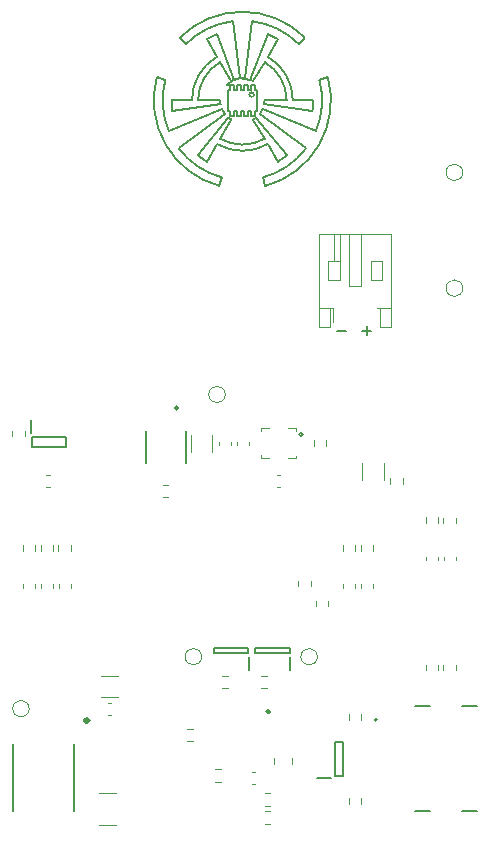
<source format=gbr>
%TF.GenerationSoftware,KiCad,Pcbnew,8.0.4*%
%TF.CreationDate,2024-08-24T14:44:17+02:00*%
%TF.ProjectId,BarbelMotionTracker-V1,42617262-656c-44d6-9f74-696f6e547261,rev?*%
%TF.SameCoordinates,PX7bfa480PY7735940*%
%TF.FileFunction,Legend,Bot*%
%TF.FilePolarity,Positive*%
%FSLAX46Y46*%
G04 Gerber Fmt 4.6, Leading zero omitted, Abs format (unit mm)*
G04 Created by KiCad (PCBNEW 8.0.4) date 2024-08-24 14:44:17*
%MOMM*%
%LPD*%
G01*
G04 APERTURE LIST*
%ADD10C,0.150000*%
%ADD11C,0.120000*%
%ADD12C,0.200000*%
%ADD13C,0.250000*%
%ADD14C,0.100000*%
%ADD15C,0.325000*%
G04 APERTURE END LIST*
D10*
X19721495Y63567274D02*
X20621940Y63456713D01*
X19012500Y63330048D02*
X19721495Y63567274D01*
X16200001Y61706250D02*
X18075004Y61706250D01*
X16200001Y61706250D02*
G75*
G02*
X18075001Y64953843I3749989J4D01*
G01*
X19012500Y63330048D02*
X18075001Y64953843D01*
X18610968Y63018750D02*
G75*
G02*
X19278059Y63456715I1339102J-1312640D01*
G01*
X17799793Y67307731D02*
X19278060Y63456713D01*
X16950002Y66902399D02*
G75*
G02*
X17799793Y67307731I2999553J-5195182D01*
G01*
X17812502Y65408507D02*
X16950002Y66902399D01*
X15675002Y61706250D02*
G75*
G02*
X17812502Y65408507I4274981J9D01*
G01*
X13950003Y61706250D02*
X15675002Y61706250D01*
X14023873Y60767644D02*
G75*
G02*
X13950003Y61706250I5925126J938528D01*
G01*
X18098085Y61412935D02*
X14023873Y60767644D01*
X18098085Y61412935D02*
G75*
G02*
X18075004Y61706250I1851495J293260D01*
G01*
X13736594Y59068816D02*
X18224054Y60973630D01*
X13736594Y59068816D02*
G75*
G02*
X13430003Y63453278I6213353J2637430D01*
G01*
X12705558Y63647393D02*
X13430003Y63453278D01*
X18008857Y54461807D02*
G75*
G02*
X12705558Y63647393I1941139J7244440D01*
G01*
X18202972Y55186253D02*
X18008857Y54461807D01*
X18202972Y55186253D02*
G75*
G02*
X14559212Y57644000I1746996J6519950D01*
G01*
X18452560Y60577848D02*
X14559212Y57644000D01*
X18452560Y60577848D02*
G75*
G02*
X18224054Y60973630I1497235J1128289D01*
G01*
X21824999Y58458657D02*
X20887499Y60082453D01*
X21824999Y58458657D02*
G75*
G02*
X18075000Y58458656I-1875000J3247580D01*
G01*
X19012501Y60082453D02*
X18075000Y58458656D01*
X19012501Y60082453D02*
G75*
G02*
X18770025Y60249102I937220J1623392D01*
G01*
X16174078Y57043374D02*
X18770025Y60249102D01*
X16950000Y56510099D02*
G75*
G02*
X16174078Y57043374I2999941J5196078D01*
G01*
X17812501Y58003994D02*
X16950000Y56510099D01*
X22087499Y58003991D02*
G75*
G02*
X17812501Y58003994I-2137496J3702248D01*
G01*
X22950001Y56510097D02*
X22087499Y58003991D01*
X23725921Y57043375D02*
G75*
G02*
X22950001Y56510097I-3775957J4662900D01*
G01*
X21129974Y60249103D02*
X23725921Y57043375D01*
X21129974Y60249103D02*
G75*
G02*
X20887499Y60082453I-1179574J1456547D01*
G01*
X21150000Y62606250D02*
X21000000Y62606250D01*
X21150000Y60806250D02*
X21150000Y62606250D01*
X21000000Y60806250D02*
X21150000Y60806250D01*
X21000000Y60393750D02*
X21000000Y60806250D01*
X20700000Y60393750D02*
X21000000Y60393750D01*
X20700000Y60806250D02*
X20700000Y60393750D01*
X20400000Y60806250D02*
X20700000Y60806250D01*
X20400000Y60393750D02*
X20400000Y60806250D01*
X20100000Y60393750D02*
X20400000Y60393750D01*
X20100000Y60806250D02*
X20100000Y60393750D01*
X19800000Y60806250D02*
X20100000Y60806250D01*
X19800000Y60393750D02*
X19800000Y60806250D01*
X19500000Y60393750D02*
X19800000Y60393750D01*
X19500000Y60806250D02*
X19500000Y60393750D01*
X19200000Y60806250D02*
X19500000Y60806250D01*
X19200000Y60393750D02*
X19200000Y60806250D01*
X18900000Y60393750D02*
X19200000Y60393750D01*
X18900000Y60806250D02*
X18900000Y60393750D01*
X18750000Y60806250D02*
X18900000Y60806250D01*
X18750000Y62606250D02*
X18750000Y60806250D01*
X18900000Y62606250D02*
X18750000Y62606250D01*
X18900000Y63018750D02*
X18900000Y62606250D01*
X19200000Y63018750D02*
X18610968Y63018750D01*
X19200000Y62606250D02*
X19200000Y63018750D01*
X19500000Y62606250D02*
X19200000Y62606250D01*
X19500000Y63018750D02*
X19500000Y62606250D01*
X19800000Y63018750D02*
X19500000Y63018750D01*
X19800000Y62606250D02*
X19800000Y63018750D01*
X20100000Y62606250D02*
X19800000Y62606250D01*
X20100000Y63018750D02*
X20100000Y62606250D01*
X20400000Y63018750D02*
X20100000Y63018750D01*
X20400000Y62606250D02*
X20400000Y63018750D01*
X20700000Y62606250D02*
X20400000Y62606250D01*
X20700000Y63018750D02*
X20700000Y62606250D01*
X21000000Y63018750D02*
X20700000Y63018750D01*
X21000000Y62606250D02*
X21000000Y63018750D01*
X20925000Y62193750D02*
G75*
G02*
X20550000Y62193750I-187500J0D01*
G01*
X20550000Y62193750D02*
G75*
G02*
X20925000Y62193750I187500J0D01*
G01*
X25340788Y57644000D02*
X21447441Y60577848D01*
X25340788Y57644000D02*
G75*
G02*
X21697028Y55186253I-5390764J4062215D01*
G01*
X21891143Y54461807D02*
X21697028Y55186253D01*
X27194442Y63647392D02*
G75*
G02*
X21891143Y54461806I-7244438J-1941146D01*
G01*
X26469996Y63453279D02*
X27194442Y63647392D01*
X26469996Y63453279D02*
G75*
G02*
X26163406Y59068816I-6519955J-1747033D01*
G01*
X21675946Y60973630D02*
X26163406Y59068816D01*
X21675946Y60973630D02*
G75*
G02*
X21447439Y60577850I-1725746J732520D01*
G01*
X21824999Y64953844D02*
X20887499Y63330046D01*
X21824999Y64953844D02*
G75*
G02*
X23699995Y61706250I-1874989J-3247584D01*
G01*
X21824998Y61706250D02*
X23699997Y61706250D01*
X21824998Y61706250D02*
G75*
G02*
X21801915Y61412935I-1874578J-40D01*
G01*
X25876128Y60767643D02*
X21801915Y61412935D01*
X25949998Y61706250D02*
G75*
G02*
X25876128Y60767643I-5999348J-50D01*
G01*
X24224999Y61706250D02*
X25949998Y61706250D01*
X22087499Y65408507D02*
G75*
G02*
X24224994Y61706250I-2137489J-3702247D01*
G01*
X22949998Y66902399D02*
X22087499Y65408507D01*
X22100207Y67307731D02*
G75*
G02*
X22949999Y66902401I-2150207J-5601481D01*
G01*
X20621940Y63456713D02*
X22100207Y67307731D01*
X20621940Y63456713D02*
G75*
G02*
X20887500Y63330048I-671840J-1750263D01*
G01*
X20772618Y68405936D02*
X20178505Y63567273D01*
X20772618Y68405936D02*
G75*
G02*
X24722968Y66479218I-822608J-6699656D01*
G01*
X25253300Y67009550D02*
X24722969Y66479219D01*
X14646702Y67009548D02*
G75*
G02*
X25253300Y67009550I5303300J-5303289D01*
G01*
X15177030Y66479220D02*
X14646702Y67009548D01*
X15177030Y66479220D02*
G75*
G02*
X19127382Y68405935I4772958J-4772948D01*
G01*
X19721495Y63567274D02*
X19127382Y68405935D01*
X19721495Y63567274D02*
G75*
G02*
X20178505Y63567273I228501J-1860953D01*
G01*
X25060078Y33425000D02*
G75*
G02*
X24739922Y33425000I-160078J0D01*
G01*
X24739922Y33425000D02*
G75*
G02*
X25060078Y33425000I160078J0D01*
G01*
X14508704Y35651500D02*
G75*
G02*
X14195296Y35651500I-156704J0D01*
G01*
X14195296Y35651500D02*
G75*
G02*
X14508704Y35651500I156704J0D01*
G01*
X30863220Y42211134D02*
X30101316Y42211134D01*
X30482268Y41830181D02*
X30482268Y42592086D01*
X28763220Y42211134D02*
X28001316Y42211134D01*
D11*
%TO.C,C6*%
X3359420Y30010000D02*
X3640580Y30010000D01*
X3359420Y28990000D02*
X3640580Y28990000D01*
%TO.C,R40*%
X13212742Y29172500D02*
X13687258Y29172500D01*
X13212742Y28127500D02*
X13687258Y28127500D01*
%TO.C,TP8*%
X26300000Y14600000D02*
G75*
G02*
X24900000Y14600000I-700000J0D01*
G01*
X24900000Y14600000D02*
G75*
G02*
X26300000Y14600000I700000J0D01*
G01*
%TO.C,R8*%
X21837742Y3022500D02*
X22312258Y3022500D01*
X21837742Y1977500D02*
X22312258Y1977500D01*
%TO.C,R4*%
X24677500Y20562742D02*
X24677500Y21037258D01*
X25722500Y20562742D02*
X25722500Y21037258D01*
%TO.C,R22*%
X4377500Y23587742D02*
X4377500Y24062258D01*
X5422500Y23587742D02*
X5422500Y24062258D01*
%TO.C,C15*%
X35490000Y23078080D02*
X35490000Y22796920D01*
X36510000Y23078080D02*
X36510000Y22796920D01*
%TO.C,R45*%
X15262742Y8522500D02*
X15737258Y8522500D01*
X15262742Y7477500D02*
X15737258Y7477500D01*
%TO.C,R19*%
X1377500Y23587742D02*
X1377500Y24062258D01*
X2422500Y23587742D02*
X2422500Y24062258D01*
D12*
%TO.C,IC3*%
X2075000Y33575000D02*
X2075000Y34625000D01*
X2100000Y33225000D02*
X5000000Y33225000D01*
X2100000Y32375000D02*
X2100000Y33225000D01*
X5000000Y33225000D02*
X5000000Y32375000D01*
X5000000Y32375000D02*
X2100000Y32375000D01*
D11*
%TO.C,J4*%
X26440000Y50360000D02*
X26440000Y42540000D01*
X26440000Y42540000D02*
X27360000Y42540000D01*
X27200000Y48100000D02*
X27200000Y46500000D01*
X27200000Y46500000D02*
X28200000Y46500000D01*
X27360000Y44140000D02*
X26440000Y44140000D01*
X27360000Y44140000D02*
X27640000Y44140000D01*
X27360000Y42540000D02*
X27360000Y44140000D01*
X27640000Y42925000D02*
X27640000Y44140000D01*
X27700000Y50360000D02*
X27700000Y48100000D01*
X28200000Y50360000D02*
X28200000Y48100000D01*
X28200000Y48100000D02*
X27200000Y48100000D01*
X28200000Y46500000D02*
X28200000Y48100000D01*
X29000000Y46000000D02*
X29000000Y50360000D01*
X30000000Y50360000D02*
X30000000Y46000000D01*
X30000000Y46000000D02*
X29000000Y46000000D01*
X30800000Y48100000D02*
X31800000Y48100000D01*
X30800000Y46500000D02*
X30800000Y48100000D01*
X31360000Y44140000D02*
X31640000Y44140000D01*
X31640000Y44140000D02*
X31640000Y42540000D01*
X31640000Y44140000D02*
X32560000Y44140000D01*
X31640000Y42540000D02*
X32560000Y42540000D01*
X31800000Y48100000D02*
X31800000Y46500000D01*
X31800000Y46500000D02*
X30800000Y46500000D01*
X32560000Y50360000D02*
X26440000Y50360000D01*
X32560000Y42540000D02*
X32560000Y50360000D01*
%TO.C,TP2*%
X38600000Y45800000D02*
G75*
G02*
X37200000Y45800000I-700000J0D01*
G01*
X37200000Y45800000D02*
G75*
G02*
X38600000Y45800000I700000J0D01*
G01*
%TO.C,C18*%
X29990000Y20715580D02*
X29990000Y20434420D01*
X31010000Y20715580D02*
X31010000Y20434420D01*
%TO.C,R6*%
X22312258Y1522500D02*
X21837742Y1522500D01*
X22312258Y477500D02*
X21837742Y477500D01*
%TO.C,R20*%
X35477500Y25925242D02*
X35477500Y26399758D01*
X36522500Y25925242D02*
X36522500Y26399758D01*
%TO.C,R21*%
X36977500Y25900242D02*
X36977500Y26374758D01*
X38022500Y25900242D02*
X38022500Y26374758D01*
D12*
%TO.C,Q2*%
X21050000Y15300000D02*
X23950000Y15300000D01*
X21050000Y14900000D02*
X21050000Y15300000D01*
X23950000Y15300000D02*
X23950000Y14900000D01*
X23950000Y14900000D02*
X21050000Y14900000D01*
X24000000Y14550000D02*
X24000000Y13450000D01*
D11*
%TO.C,TP7*%
X18500000Y36800000D02*
G75*
G02*
X17100000Y36800000I-700000J0D01*
G01*
X17100000Y36800000D02*
G75*
G02*
X18500000Y36800000I700000J0D01*
G01*
%TO.C,C38*%
X7988748Y13010000D02*
X9411252Y13010000D01*
X7988748Y11190000D02*
X9411252Y11190000D01*
%TO.C,R12*%
X477500Y33262742D02*
X477500Y33737258D01*
X1522500Y33262742D02*
X1522500Y33737258D01*
D12*
%TO.C,L1*%
X525000Y7250000D02*
X525000Y1550000D01*
X5725000Y1550000D02*
X5725000Y7250000D01*
D11*
%TO.C,R5*%
X26177500Y18862742D02*
X26177500Y19337258D01*
X27222500Y18862742D02*
X27222500Y19337258D01*
%TO.C,C36*%
X8559420Y10710000D02*
X8840580Y10710000D01*
X8559420Y9690000D02*
X8840580Y9690000D01*
%TO.C,C26*%
X17990000Y32815580D02*
X17990000Y32534420D01*
X19010000Y32815580D02*
X19010000Y32534420D01*
D13*
%TO.C,IC2*%
X22250000Y9950000D02*
G75*
G02*
X22000000Y9950000I-125000J0D01*
G01*
X22000000Y9950000D02*
G75*
G02*
X22250000Y9950000I125000J0D01*
G01*
D11*
%TO.C,R24*%
X28477500Y23562742D02*
X28477500Y24037258D01*
X29522500Y23562742D02*
X29522500Y24037258D01*
%TO.C,C37*%
X9211252Y3060000D02*
X7788748Y3060000D01*
X9211252Y340000D02*
X7788748Y340000D01*
%TO.C,C4*%
X22665000Y6061252D02*
X22665000Y5538748D01*
X24135000Y6061252D02*
X24135000Y5538748D01*
%TO.C,C13*%
X2890000Y20740580D02*
X2890000Y20459420D01*
X3910000Y20740580D02*
X3910000Y20459420D01*
%TO.C,C25*%
X19490000Y32815580D02*
X19490000Y32534420D01*
X20510000Y32815580D02*
X20510000Y32534420D01*
%TO.C,C14*%
X1390000Y20740580D02*
X1390000Y20459420D01*
X2410000Y20740580D02*
X2410000Y20459420D01*
D12*
%TO.C,J1*%
X35850000Y10470000D02*
X34600000Y10470000D01*
X35850000Y1530000D02*
X34600000Y1530000D01*
X38570000Y1530000D02*
X39850000Y1530000D01*
X39850000Y10470000D02*
X38570000Y10470000D01*
X31350000Y9250000D02*
G75*
G02*
X31150000Y9250000I-100000J0D01*
G01*
X31150000Y9250000D02*
G75*
G02*
X31350000Y9250000I100000J0D01*
G01*
D11*
%TO.C,C16*%
X36990000Y23053080D02*
X36990000Y22771920D01*
X38010000Y23053080D02*
X38010000Y22771920D01*
%TO.C,C24*%
X22859420Y30010000D02*
X23140580Y30010000D01*
X22859420Y28990000D02*
X23140580Y28990000D01*
%TO.C,R41*%
X30090000Y31027064D02*
X30090000Y29572936D01*
X31910000Y31027064D02*
X31910000Y29572936D01*
%TO.C,C19*%
X28490000Y20715580D02*
X28490000Y20434420D01*
X29510000Y20715580D02*
X29510000Y20434420D01*
%TO.C,R7*%
X18137258Y5052500D02*
X17662742Y5052500D01*
X18137258Y4007500D02*
X17662742Y4007500D01*
D12*
%TO.C,IC1*%
X27480000Y4350000D02*
X26280000Y4350000D01*
X27830000Y7412000D02*
X28430000Y7412000D01*
X27830000Y4488000D02*
X27830000Y7412000D01*
X28430000Y7412000D02*
X28430000Y4488000D01*
X28430000Y4488000D02*
X27830000Y4488000D01*
D11*
%TO.C,R16*%
X2877500Y23587742D02*
X2877500Y24062258D01*
X3922500Y23587742D02*
X3922500Y24062258D01*
D14*
%TO.C,IC7*%
X21500000Y33925000D02*
X22200000Y33925000D01*
X21500000Y33675000D02*
X21500000Y33925000D01*
X21500000Y31675000D02*
X21500000Y31425000D01*
X21500000Y31425000D02*
X22200000Y31425000D01*
X23800000Y33925000D02*
X24500000Y33925000D01*
X23800000Y31425000D02*
X24500000Y31425000D01*
X24500000Y33925000D02*
X24500000Y33675000D01*
X24500000Y31425000D02*
X24500000Y31575000D01*
X24900000Y33475000D02*
X24900000Y33475000D01*
X24900000Y33375000D02*
X24900000Y33375000D01*
X24900000Y33475000D02*
G75*
G02*
X24900000Y33375000I0J-50000D01*
G01*
X24900000Y33375000D02*
G75*
G02*
X24900000Y33475000I0J50000D01*
G01*
D12*
%TO.C,U4*%
X11800000Y31016500D02*
X11800000Y33716500D01*
X15200000Y33716500D02*
X15200000Y31016500D01*
X14383000Y35682500D02*
G75*
G02*
X14321000Y35682500I-31000J0D01*
G01*
X14321000Y35682500D02*
G75*
G02*
X14383000Y35682500I31000J0D01*
G01*
D11*
%TO.C,C5*%
X20759420Y4810000D02*
X21040580Y4810000D01*
X20759420Y3790000D02*
X21040580Y3790000D01*
%TO.C,R1*%
X28977500Y9262742D02*
X28977500Y9737258D01*
X30022500Y9262742D02*
X30022500Y9737258D01*
%TO.C,R38*%
X15590000Y33402064D02*
X15590000Y31947936D01*
X17410000Y33402064D02*
X17410000Y31947936D01*
%TO.C,R9*%
X21537742Y12972500D02*
X22012258Y12972500D01*
X21537742Y11927500D02*
X22012258Y11927500D01*
%TO.C,TP6*%
X16500000Y14600000D02*
G75*
G02*
X15100000Y14600000I-700000J0D01*
G01*
X15100000Y14600000D02*
G75*
G02*
X16500000Y14600000I700000J0D01*
G01*
%TO.C,TP4*%
X38600000Y55600000D02*
G75*
G02*
X37200000Y55600000I-700000J0D01*
G01*
X37200000Y55600000D02*
G75*
G02*
X38600000Y55600000I700000J0D01*
G01*
%TO.C,C17*%
X4390000Y20740580D02*
X4390000Y20459420D01*
X5410000Y20740580D02*
X5410000Y20459420D01*
%TO.C,TP1*%
X1900000Y10200000D02*
G75*
G02*
X500000Y10200000I-700000J0D01*
G01*
X500000Y10200000D02*
G75*
G02*
X1900000Y10200000I700000J0D01*
G01*
%TO.C,R13*%
X36977500Y13437742D02*
X36977500Y13912258D01*
X38022500Y13437742D02*
X38022500Y13912258D01*
%TO.C,R2*%
X28977500Y2162742D02*
X28977500Y2637258D01*
X30022500Y2162742D02*
X30022500Y2637258D01*
%TO.C,R11*%
X35477500Y13912258D02*
X35477500Y13437742D01*
X36522500Y13912258D02*
X36522500Y13437742D01*
D12*
%TO.C,Q1*%
X17550000Y15300000D02*
X20450000Y15300000D01*
X17550000Y14900000D02*
X17550000Y15300000D01*
X20450000Y15300000D02*
X20450000Y14900000D01*
X20450000Y14900000D02*
X17550000Y14900000D01*
X20500000Y14550000D02*
X20500000Y13450000D01*
D11*
%TO.C,R47*%
X25977500Y32912258D02*
X25977500Y32437742D01*
X27022500Y32912258D02*
X27022500Y32437742D01*
%TO.C,R43*%
X32477500Y29737258D02*
X32477500Y29262742D01*
X33522500Y29737258D02*
X33522500Y29262742D01*
%TO.C,R10*%
X18737258Y12972500D02*
X18262742Y12972500D01*
X18737258Y11927500D02*
X18262742Y11927500D01*
%TO.C,R23*%
X29977500Y23562742D02*
X29977500Y24037258D01*
X31022500Y23562742D02*
X31022500Y24037258D01*
D15*
%TO.C,IC5*%
X6937500Y9200500D02*
G75*
G02*
X6612500Y9200500I-162500J0D01*
G01*
X6612500Y9200500D02*
G75*
G02*
X6937500Y9200500I162500J0D01*
G01*
%TD*%
M02*

</source>
